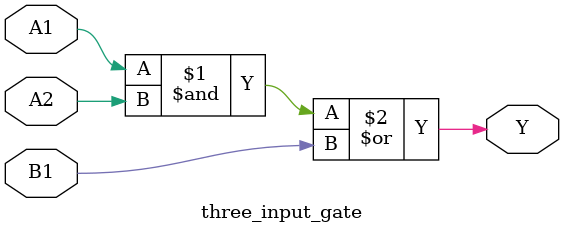
<source format=v>
module three_input_gate (
    input  A1,
    input  A2,
    input  B1,
    output Y
);

    assign Y = (A1 & A2) | B1;

endmodule
</source>
